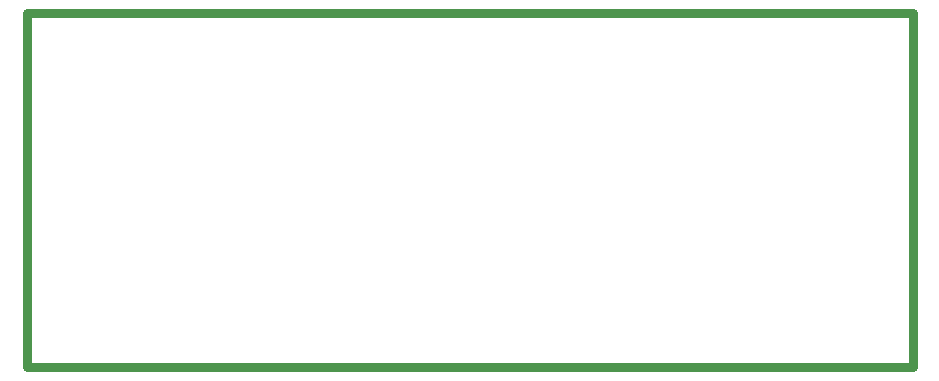
<source format=gbr>
%TF.GenerationSoftware,Altium Limited,Altium Designer,24.0.1 (36)*%
G04 Layer_Color=16711935*
%FSLAX45Y45*%
%MOMM*%
%TF.SameCoordinates,B6A77970-8F51-4162-B198-D5255F9352F6*%
%TF.FilePolarity,Positive*%
%TF.FileFunction,Keep-out,Top*%
%TF.Part,Single*%
G01*
G75*
%TA.AperFunction,NonConductor*%
%ADD61C,0.75000*%
D61*
X7500000Y0D02*
Y3000000D01*
X0D02*
X7500000D01*
X0Y0D02*
Y3000000D01*
Y0D02*
X7500000D01*
%TF.MD5,adb49ad112d6ad6311f042206a073796*%
M02*

</source>
